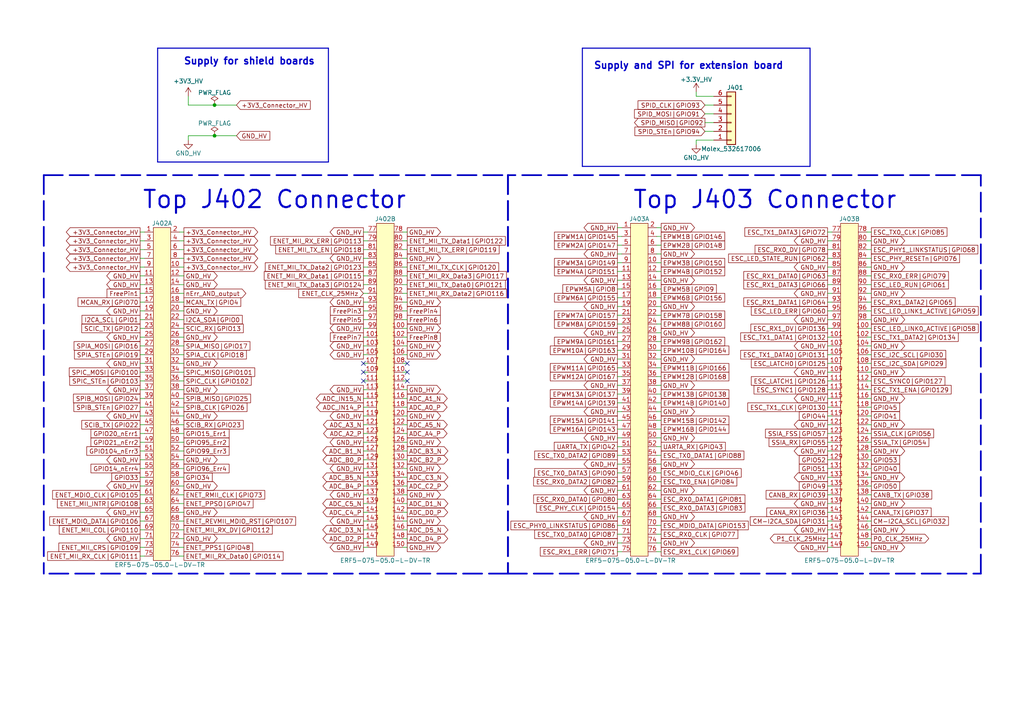
<source format=kicad_sch>
(kicad_sch (version 20231120) (generator "eeschema") (generator_version "8.0")
  (paper "A4")
  (title_block (title "LCB-CCB-01: Control Board - Debugger XDS100  / JTAG") (date "2025-02-21") (rev "1.1.0") (company "PADERBORN UNIVERSITY DEPARTMENT OF POWER ELECTRONICS AND ELECTRICAL DRIVES"))
  (junction (at 62.23 39.37))
  (junction (at 62.23 30.48))
  (no_connect (at 118.11 110.49))
  (no_connect (at 105.41 110.49))
  (no_connect (at 118.11 107.95))
  (no_connect (at 105.41 105.41))
  (no_connect (at 105.41 107.95))
  (no_connect (at 118.11 105.41))
  (wire (pts (xy 251.46 82.55) (xy 252.73 82.55)))
  (wire (pts (xy 116.84 95.25) (xy 118.11 95.25)))
  (wire (pts (xy 52.07 146.05) (xy 53.34 146.05)))
  (wire (pts (xy 116.84 156.21) (xy 118.11 156.21)))
  (wire (pts (xy 179.07 144.78) (xy 180.34 144.78)))
  (wire (pts (xy 240.03 146.05) (xy 241.3 146.05)))
  (wire (pts (xy 240.03 85.09) (xy 241.3 85.09)))
  (wire (pts (xy 240.03 110.49) (xy 241.3 110.49)))
  (wire (pts (xy 190.5 129.54) (xy 191.77 129.54)))
  (wire (pts (xy 190.5 149.86) (xy 191.77 149.86)))
  (wire (pts (xy 105.41 90.17) (xy 106.68 90.17)))
  (wire (pts (xy 40.64 120.65) (xy 41.91 120.65)))
  (wire (pts (xy 105.41 156.21) (xy 106.68 156.21)))
  (wire (pts (xy 190.5 134.62) (xy 191.77 134.62)))
  (wire (pts (xy 40.64 125.73) (xy 41.91 125.73)))
  (wire (pts (xy 190.5 137.16) (xy 191.77 137.16)))
  (wire (pts (xy 52.07 120.65) (xy 53.34 120.65)))
  (polyline (pts (xy 168.91 13.97) (xy 168.91 48.26)) (stroke (width 0.3)))
  (wire (pts (xy 105.41 138.43) (xy 106.68 138.43)))
  (wire (pts (xy 52.07 113.03) (xy 53.34 113.03)))
  (wire (pts (xy 204.47 38.1) (xy 207.01 38.1)))
  (wire (pts (xy 240.03 153.67) (xy 241.3 153.67)))
  (wire (pts (xy 251.46 100.33) (xy 252.73 100.33)))
  (wire (pts (xy 52.07 105.41) (xy 53.34 105.41)))
  (polyline (pts (xy 12.7 50.8) (xy 12.7 166.37)) (stroke (width 0.5) (type dash)))
  (wire (pts (xy 179.07 119.38) (xy 180.34 119.38)))
  (wire (pts (xy 179.07 134.62) (xy 180.34 134.62)))
  (wire (pts (xy 105.41 80.01) (xy 106.68 80.01)))
  (wire (pts (xy 105.41 151.13) (xy 106.68 151.13)))
  (wire (pts (xy 40.64 153.67) (xy 41.91 153.67)))
  (wire (pts (xy 179.07 147.32) (xy 180.34 147.32)))
  (wire (pts (xy 190.5 152.4) (xy 191.77 152.4)))
  (wire (pts (xy 179.07 154.94) (xy 180.34 154.94)))
  (wire (pts (xy 40.64 146.05) (xy 41.91 146.05)))
  (wire (pts (xy 116.84 153.67) (xy 118.11 153.67)))
  (wire (pts (xy 179.07 114.3) (xy 180.34 114.3)))
  (wire (pts (xy 105.41 95.25) (xy 106.68 95.25)))
  (polyline (pts (xy 147.32 50.8) (xy 147.32 166.37)) (stroke (width 0.5) (type dash)))
  (wire (pts (xy 179.07 93.98) (xy 180.34 93.98)))
  (wire (pts (xy 190.5 86.36) (xy 191.77 86.36)))
  (wire (pts (xy 190.5 101.6) (xy 191.77 101.6)))
  (wire (pts (xy 105.41 85.09) (xy 106.68 85.09)))
  (wire (pts (xy 105.41 107.95) (xy 106.68 107.95)))
  (wire (pts (xy 240.03 148.59) (xy 241.3 148.59)))
  (wire (pts (xy 105.41 100.33) (xy 106.68 100.33)))
  (wire (pts (xy 52.07 110.49) (xy 53.34 110.49)))
  (wire (pts (xy 40.64 140.97) (xy 41.91 140.97)))
  (wire (pts (xy 116.84 102.87) (xy 118.11 102.87)))
  (wire (pts (xy 40.64 82.55) (xy 41.91 82.55)))
  (wire (pts (xy 190.5 111.76) (xy 191.77 111.76)))
  (polyline (pts (xy 284.48 50.8) (xy 147.32 50.8)) (stroke (width 0.5) (type dash)))
  (wire (pts (xy 240.03 82.55) (xy 241.3 82.55)))
  (wire (pts (xy 190.5 124.46) (xy 191.77 124.46)))
  (wire (pts (xy 116.84 146.05) (xy 118.11 146.05)))
  (wire (pts (xy 190.5 116.84) (xy 191.77 116.84)))
  (wire (pts (xy 40.64 135.89) (xy 41.91 135.89)))
  (wire (pts (xy 190.5 104.14) (xy 191.77 104.14)))
  (wire (pts (xy 201.93 40.64) (xy 207.01 40.64)))
  (polyline (pts (xy 234.95 13.97) (xy 234.95 48.26)) (stroke (width 0.3)))
  (wire (pts (xy 251.46 146.05) (xy 252.73 146.05)))
  (wire (pts (xy 116.84 80.01) (xy 118.11 80.01)))
  (wire (pts (xy 52.07 97.79) (xy 53.34 97.79)))
  (wire (pts (xy 179.07 116.84) (xy 180.34 116.84)))
  (wire (pts (xy 190.5 73.66) (xy 191.77 73.66)))
  (wire (pts (xy 179.07 104.14) (xy 180.34 104.14)))
  (wire (pts (xy 240.03 102.87) (xy 241.3 102.87)))
  (wire (pts (xy 52.07 90.17) (xy 53.34 90.17)))
  (wire (pts (xy 251.46 85.09) (xy 252.73 85.09)))
  (wire (pts (xy 190.5 88.9) (xy 191.77 88.9)))
  (wire (pts (xy 40.64 72.39) (xy 41.91 72.39)))
  (wire (pts (xy 179.07 83.82) (xy 180.34 83.82)))
  (wire (pts (xy 52.07 140.97) (xy 53.34 140.97)))
  (wire (pts (xy 54.61 39.37) (xy 54.61 40.64)))
  (wire (pts (xy 251.46 90.17) (xy 252.73 90.17)))
  (wire (pts (xy 179.07 152.4) (xy 180.34 152.4)))
  (wire (pts (xy 179.07 139.7) (xy 180.34 139.7)))
  (wire (pts (xy 251.46 133.35) (xy 252.73 133.35)))
  (wire (pts (xy 105.41 72.39) (xy 106.68 72.39)))
  (polyline (pts (xy 168.91 13.97) (xy 234.95 13.97)) (stroke (width 0.3)))
  (wire (pts (xy 52.07 133.35) (xy 53.34 133.35)))
  (wire (pts (xy 116.84 113.03) (xy 118.11 113.03)))
  (wire (pts (xy 40.64 85.09) (xy 41.91 85.09)))
  (wire (pts (xy 40.64 67.31) (xy 41.91 67.31)))
  (wire (pts (xy 179.07 121.92) (xy 180.34 121.92)))
  (wire (pts (xy 116.84 72.39) (xy 118.11 72.39)))
  (wire (pts (xy 40.64 90.17) (xy 41.91 90.17)))
  (wire (pts (xy 116.84 107.95) (xy 118.11 107.95)))
  (wire (pts (xy 251.46 87.63) (xy 252.73 87.63)))
  (wire (pts (xy 179.07 106.68) (xy 180.34 106.68)))
  (wire (pts (xy 240.03 97.79) (xy 241.3 97.79)))
  (wire (pts (xy 116.84 140.97) (xy 118.11 140.97)))
  (wire (pts (xy 179.07 81.28) (xy 180.34 81.28)))
  (wire (pts (xy 190.5 68.58) (xy 191.77 68.58)))
  (wire (pts (xy 105.41 130.81) (xy 106.68 130.81)))
  (wire (pts (xy 190.5 96.52) (xy 191.77 96.52)))
  (wire (pts (xy 240.03 107.95) (xy 241.3 107.95)))
  (wire (pts (xy 105.41 125.73) (xy 106.68 125.73)))
  (wire (pts (xy 251.46 77.47) (xy 252.73 77.47)))
  (wire (pts (xy 179.07 66.04) (xy 180.34 66.04)))
  (wire (pts (xy 116.84 100.33) (xy 118.11 100.33)))
  (wire (pts (xy 240.03 118.11) (xy 241.3 118.11)))
  (wire (pts (xy 40.64 156.21) (xy 41.91 156.21)))
  (wire (pts (xy 105.41 158.75) (xy 106.68 158.75)))
  (wire (pts (xy 190.5 71.12) (xy 191.77 71.12)))
  (wire (pts (xy 179.07 137.16) (xy 180.34 137.16)))
  (wire (pts (xy 179.07 111.76) (xy 180.34 111.76)))
  (wire (pts (xy 251.46 80.01) (xy 252.73 80.01)))
  (wire (pts (xy 52.07 118.11) (xy 53.34 118.11)))
  (wire (pts (xy 240.03 128.27) (xy 241.3 128.27)))
  (wire (pts (xy 116.84 120.65) (xy 118.11 120.65)))
  (polyline (pts (xy 45.72 13.97) (xy 45.72 46.99)) (stroke (width 0.3)))
  (wire (pts (xy 40.64 118.11) (xy 41.91 118.11)))
  (wire (pts (xy 116.84 105.41) (xy 118.11 105.41)))
  (wire (pts (xy 116.84 130.81) (xy 118.11 130.81)))
  (wire (pts (xy 240.03 140.97) (xy 241.3 140.97)))
  (wire (pts (xy 105.41 143.51) (xy 106.68 143.51)))
  (wire (pts (xy 40.64 92.71) (xy 41.91 92.71)))
  (wire (pts (xy 40.64 95.25) (xy 41.91 95.25)))
  (wire (pts (xy 179.07 96.52) (xy 180.34 96.52)))
  (wire (pts (xy 116.84 85.09) (xy 118.11 85.09)))
  (wire (pts (xy 105.41 115.57) (xy 106.68 115.57)))
  (polyline (pts (xy 45.72 46.99) (xy 95.25 46.99)) (stroke (width 0.3)))
  (wire (pts (xy 116.84 82.55) (xy 118.11 82.55)))
  (wire (pts (xy 105.41 140.97) (xy 106.68 140.97)))
  (wire (pts (xy 54.61 30.48) (xy 62.23 30.48)))
  (wire (pts (xy 190.5 83.82) (xy 191.77 83.82)))
  (wire (pts (xy 179.07 71.12) (xy 180.34 71.12)))
  (wire (pts (xy 40.64 100.33) (xy 41.91 100.33)))
  (wire (pts (xy 179.07 129.54) (xy 180.34 129.54)))
  (wire (pts (xy 52.07 92.71) (xy 53.34 92.71)))
  (wire (pts (xy 116.84 74.93) (xy 118.11 74.93)))
  (wire (pts (xy 251.46 72.39) (xy 252.73 72.39)))
  (wire (pts (xy 40.64 148.59) (xy 41.91 148.59)))
  (wire (pts (xy 251.46 105.41) (xy 252.73 105.41)))
  (wire (pts (xy 179.07 86.36) (xy 180.34 86.36)))
  (wire (pts (xy 52.07 128.27) (xy 53.34 128.27)))
  (wire (pts (xy 240.03 72.39) (xy 241.3 72.39)))
  (wire (pts (xy 116.84 69.85) (xy 118.11 69.85)))
  (wire (pts (xy 52.07 74.93) (xy 53.34 74.93)))
  (wire (pts (xy 240.03 115.57) (xy 241.3 115.57)))
  (wire (pts (xy 251.46 115.57) (xy 252.73 115.57)))
  (wire (pts (xy 251.46 110.49) (xy 252.73 110.49)))
  (wire (pts (xy 251.46 135.89) (xy 252.73 135.89)))
  (wire (pts (xy 68.58 30.48) (xy 62.23 30.48)))
  (wire (pts (xy 179.07 109.22) (xy 180.34 109.22)))
  (wire (pts (xy 179.07 142.24) (xy 180.34 142.24)))
  (wire (pts (xy 240.03 156.21) (xy 241.3 156.21)))
  (wire (pts (xy 116.84 97.79) (xy 118.11 97.79)))
  (wire (pts (xy 116.84 138.43) (xy 118.11 138.43)))
  (wire (pts (xy 105.41 74.93) (xy 106.68 74.93)))
  (wire (pts (xy 105.41 113.03) (xy 106.68 113.03)))
  (wire (pts (xy 190.5 66.04) (xy 191.77 66.04)))
  (wire (pts (xy 190.5 119.38) (xy 191.77 119.38)))
  (wire (pts (xy 52.07 153.67) (xy 53.34 153.67)))
  (wire (pts (xy 105.41 123.19) (xy 106.68 123.19)))
  (wire (pts (xy 251.46 107.95) (xy 252.73 107.95)))
  (wire (pts (xy 116.84 125.73) (xy 118.11 125.73)))
  (polyline (pts (xy 147.32 166.37) (xy 12.7 166.37)) (stroke (width 0.5) (type dash)))
  (wire (pts (xy 116.84 148.59) (xy 118.11 148.59)))
  (wire (pts (xy 251.46 97.79) (xy 252.73 97.79)))
  (wire (pts (xy 240.03 158.75) (xy 241.3 158.75)))
  (wire (pts (xy 204.47 30.48) (xy 207.01 30.48)))
  (wire (pts (xy 105.41 97.79) (xy 106.68 97.79)))
  (wire (pts (xy 179.07 88.9) (xy 180.34 88.9)))
  (wire (pts (xy 179.07 99.06) (xy 180.34 99.06)))
  (wire (pts (xy 40.64 143.51) (xy 41.91 143.51)))
  (wire (pts (xy 190.5 78.74) (xy 191.77 78.74)))
  (wire (pts (xy 40.64 80.01) (xy 41.91 80.01)))
  (wire (pts (xy 240.03 95.25) (xy 241.3 95.25)))
  (wire (pts (xy 240.03 125.73) (xy 241.3 125.73)))
  (wire (pts (xy 190.5 99.06) (xy 191.77 99.06)))
  (wire (pts (xy 52.07 100.33) (xy 53.34 100.33)))
  (wire (pts (xy 105.41 133.35) (xy 106.68 133.35)))
  (wire (pts (xy 240.03 120.65) (xy 241.3 120.65)))
  (wire (pts (xy 52.07 151.13) (xy 53.34 151.13)))
  (wire (pts (xy 40.64 110.49) (xy 41.91 110.49)))
  (wire (pts (xy 207.01 27.94) (xy 201.93 27.94)))
  (wire (pts (xy 105.41 69.85) (xy 106.68 69.85)))
  (wire (pts (xy 52.07 148.59) (xy 53.34 148.59)))
  (wire (pts (xy 105.41 67.31) (xy 106.68 67.31)))
  (wire (pts (xy 240.03 90.17) (xy 241.3 90.17)))
  (wire (pts (xy 240.03 151.13) (xy 241.3 151.13)))
  (wire (pts (xy 40.64 107.95) (xy 41.91 107.95)))
  (wire (pts (xy 52.07 87.63) (xy 53.34 87.63)))
  (wire (pts (xy 240.03 77.47) (xy 241.3 77.47)))
  (wire (pts (xy 52.07 135.89) (xy 53.34 135.89)))
  (wire (pts (xy 190.5 121.92) (xy 191.77 121.92)))
  (wire (pts (xy 105.41 77.47) (xy 106.68 77.47)))
  (wire (pts (xy 40.64 133.35) (xy 41.91 133.35)))
  (wire (pts (xy 251.46 113.03) (xy 252.73 113.03)))
  (wire (pts (xy 54.61 27.94) (xy 54.61 30.48)))
  (wire (pts (xy 52.07 107.95) (xy 53.34 107.95)))
  (wire (pts (xy 116.84 128.27) (xy 118.11 128.27)))
  (wire (pts (xy 116.84 151.13) (xy 118.11 151.13)))
  (wire (pts (xy 190.5 109.22) (xy 191.77 109.22)))
  (polyline (pts (xy 12.7 50.8) (xy 147.32 50.8)) (stroke (width 0.5) (type dash)))
  (wire (pts (xy 179.07 68.58) (xy 180.34 68.58)))
  (wire (pts (xy 190.5 144.78) (xy 191.77 144.78)))
  (wire (pts (xy 52.07 125.73) (xy 53.34 125.73)))
  (wire (pts (xy 105.41 105.41) (xy 106.68 105.41)))
  (wire (pts (xy 190.5 127) (xy 191.77 127)))
  (wire (pts (xy 40.64 128.27) (xy 41.91 128.27)))
  (wire (pts (xy 190.5 139.7) (xy 191.77 139.7)))
  (polyline (pts (xy 95.25 46.99) (xy 95.25 13.97)) (stroke (width 0.3)))
  (wire (pts (xy 116.84 118.11) (xy 118.11 118.11)))
  (wire (pts (xy 190.5 154.94) (xy 191.77 154.94)))
  (wire (pts (xy 190.5 142.24) (xy 191.77 142.24)))
  (wire (pts (xy 190.5 93.98) (xy 191.77 93.98)))
  (wire (pts (xy 190.5 81.28) (xy 191.77 81.28)))
  (wire (pts (xy 52.07 138.43) (xy 53.34 138.43)))
  (wire (pts (xy 201.93 40.64) (xy 201.93 41.91)))
  (wire (pts (xy 251.46 125.73) (xy 252.73 125.73)))
  (wire (pts (xy 251.46 120.65) (xy 252.73 120.65)))
  (wire (pts (xy 240.03 135.89) (xy 241.3 135.89)))
  (wire (pts (xy 190.5 132.08) (xy 191.77 132.08)))
  (wire (pts (xy 179.07 91.44) (xy 180.34 91.44)))
  (wire (pts (xy 40.64 69.85) (xy 41.91 69.85)))
  (wire (pts (xy 116.84 135.89) (xy 118.11 135.89)))
  (wire (pts (xy 251.46 74.93) (xy 252.73 74.93)))
  (wire (pts (xy 204.47 33.02) (xy 207.01 33.02)))
  (wire (pts (xy 240.03 74.93) (xy 241.3 74.93)))
  (wire (pts (xy 251.46 67.31) (xy 252.73 67.31)))
  (wire (pts (xy 240.03 143.51) (xy 241.3 143.51)))
  (wire (pts (xy 116.84 143.51) (xy 118.11 143.51)))
  (wire (pts (xy 190.5 157.48) (xy 191.77 157.48)))
  (wire (pts (xy 251.46 95.25) (xy 252.73 95.25)))
  (wire (pts (xy 52.07 156.21) (xy 53.34 156.21)))
  (wire (pts (xy 116.84 133.35) (xy 118.11 133.35)))
  (wire (pts (xy 52.07 123.19) (xy 53.34 123.19)))
  (wire (pts (xy 179.07 73.66) (xy 180.34 73.66)))
  (polyline (pts (xy 147.32 50.8) (xy 147.32 166.37)) (stroke (width 0.5) (type dash)))
  (wire (pts (xy 105.41 128.27) (xy 106.68 128.27)))
  (wire (pts (xy 116.84 90.17) (xy 118.11 90.17)))
  (wire (pts (xy 116.84 110.49) (xy 118.11 110.49)))
  (wire (pts (xy 204.47 35.56) (xy 207.01 35.56)))
  (polyline (pts (xy 147.32 166.37) (xy 284.48 166.37)) (stroke (width 0.5) (type dash)))
  (wire (pts (xy 179.07 132.08) (xy 180.34 132.08)))
  (wire (pts (xy 52.07 130.81) (xy 53.34 130.81)))
  (wire (pts (xy 52.07 143.51) (xy 53.34 143.51)))
  (wire (pts (xy 52.07 80.01) (xy 53.34 80.01)))
  (wire (pts (xy 240.03 100.33) (xy 241.3 100.33)))
  (wire (pts (xy 40.64 130.81) (xy 41.91 130.81)))
  (wire (pts (xy 105.41 148.59) (xy 106.68 148.59)))
  (wire (pts (xy 251.46 151.13) (xy 252.73 151.13)))
  (wire (pts (xy 52.07 72.39) (xy 53.34 72.39)))
  (wire (pts (xy 240.03 80.01) (xy 241.3 80.01)))
  (wire (pts (xy 116.84 115.57) (xy 118.11 115.57)))
  (wire (pts (xy 190.5 160.02) (xy 191.77 160.02)))
  (wire (pts (xy 68.58 39.37) (xy 62.23 39.37)))
  (wire (pts (xy 251.46 118.11) (xy 252.73 118.11)))
  (wire (pts (xy 179.07 149.86) (xy 180.34 149.86)))
  (wire (pts (xy 40.64 151.13) (xy 41.91 151.13)))
  (wire (pts (xy 179.07 101.6) (xy 180.34 101.6)))
  (wire (pts (xy 240.03 113.03) (xy 241.3 113.03)))
  (wire (pts (xy 105.41 102.87) (xy 106.68 102.87)))
  (wire (pts (xy 190.5 76.2) (xy 191.77 76.2)))
  (wire (pts (xy 179.07 127) (xy 180.34 127)))
  (wire (pts (xy 116.84 77.47) (xy 118.11 77.47)))
  (wire (pts (xy 251.46 148.59) (xy 252.73 148.59)))
  (wire (pts (xy 52.07 67.31) (xy 53.34 67.31)))
  (wire (pts (xy 179.07 76.2) (xy 180.34 76.2)))
  (wire (pts (xy 52.07 102.87) (xy 53.34 102.87)))
  (wire (pts (xy 240.03 92.71) (xy 241.3 92.71)))
  (wire (pts (xy 251.46 128.27) (xy 252.73 128.27)))
  (wire (pts (xy 105.41 153.67) (xy 106.68 153.67)))
  (wire (pts (xy 190.5 114.3) (xy 191.77 114.3)))
  (wire (pts (xy 40.64 161.29) (xy 41.91 161.29)))
  (wire (pts (xy 190.5 91.44) (xy 191.77 91.44)))
  (wire (pts (xy 116.84 123.19) (xy 118.11 123.19)))
  (wire (pts (xy 105.41 82.55) (xy 106.68 82.55)))
  (wire (pts (xy 179.07 157.48) (xy 180.34 157.48)))
  (wire (pts (xy 251.46 153.67) (xy 252.73 153.67)))
  (polyline (pts (xy 45.72 13.97) (xy 95.25 13.97)) (stroke (width 0.3)))
  (wire (pts (xy 190.5 106.68) (xy 191.77 106.68)))
  (wire (pts (xy 240.03 67.31) (xy 241.3 67.31)))
  (wire (pts (xy 251.46 92.71) (xy 252.73 92.71)))
  (wire (pts (xy 251.46 102.87) (xy 252.73 102.87)))
  (wire (pts (xy 116.84 158.75) (xy 118.11 158.75)))
  (wire (pts (xy 179.07 160.02) (xy 180.34 160.02)))
  (wire (pts (xy 52.07 85.09) (xy 53.34 85.09)))
  (wire (pts (xy 201.93 27.94) (xy 201.93 26.67)))
  (wire (pts (xy 251.46 140.97) (xy 252.73 140.97)))
  (wire (pts (xy 40.64 138.43) (xy 41.91 138.43)))
  (wire (pts (xy 54.61 39.37) (xy 62.23 39.37)))
  (wire (pts (xy 40.64 74.93) (xy 41.91 74.93)))
  (wire (pts (xy 240.03 123.19) (xy 241.3 123.19)))
  (wire (pts (xy 240.03 133.35) (xy 241.3 133.35)))
  (wire (pts (xy 240.03 87.63) (xy 241.3 87.63)))
  (wire (pts (xy 52.07 77.47) (xy 53.34 77.47)))
  (wire (pts (xy 240.03 130.81) (xy 241.3 130.81)))
  (wire (pts (xy 52.07 69.85) (xy 53.34 69.85)))
  (wire (pts (xy 52.07 161.29) (xy 53.34 161.29)))
  (wire (pts (xy 190.5 147.32) (xy 191.77 147.32)))
  (wire (pts (xy 52.07 158.75) (xy 53.34 158.75)))
  (wire (pts (xy 40.64 87.63) (xy 41.91 87.63)))
  (wire (pts (xy 105.41 146.05) (xy 106.68 146.05)))
  (wire (pts (xy 251.46 138.43) (xy 252.73 138.43)))
  (wire (pts (xy 40.64 115.57) (xy 41.91 115.57)))
  (wire (pts (xy 105.41 110.49) (xy 106.68 110.49)))
  (wire (pts (xy 40.64 123.19) (xy 41.91 123.19)))
  (wire (pts (xy 251.46 130.81) (xy 252.73 130.81)))
  (wire (pts (xy 251.46 69.85) (xy 252.73 69.85)))
  (wire (pts (xy 240.03 69.85) (xy 241.3 69.85)))
  (wire (pts (xy 40.64 113.03) (xy 41.91 113.03)))
  (wire (pts (xy 179.07 124.46) (xy 180.34 124.46)))
  (wire (pts (xy 251.46 156.21) (xy 252.73 156.21)))
  (wire (pts (xy 116.84 87.63) (xy 118.11 87.63)))
  (wire (pts (xy 251.46 158.75) (xy 252.73 158.75)))
  (wire (pts (xy 40.64 158.75) (xy 41.91 158.75)))
  (wire (pts (xy 40.64 105.41) (xy 41.91 105.41)))
  (wire (pts (xy 251.46 143.51) (xy 252.73 143.51)))
  (wire (pts (xy 52.07 82.55) (xy 53.34 82.55)))
  (wire (pts (xy 40.64 77.47) (xy 41.91 77.47)))
  (wire (pts (xy 105.41 120.65) (xy 106.68 120.65)))
  (wire (pts (xy 40.64 97.79) (xy 41.91 97.79)))
  (polyline (pts (xy 234.95 48.26) (xy 168.91 48.26)) (stroke (width 0.3)))
  (wire (pts (xy 40.64 102.87) (xy 41.91 102.87)))
  (wire (pts (xy 52.07 115.57) (xy 53.34 115.57)))
  (wire (pts (xy 105.41 87.63) (xy 106.68 87.63)))
  (polyline (pts (xy 284.48 166.37) (xy 284.48 50.8)) (stroke (width 0.5) (type dash)))
  (wire (pts (xy 105.41 135.89) (xy 106.68 135.89)))
  (wire (pts (xy 105.41 118.11) (xy 106.68 118.11)))
  (wire (pts (xy 116.84 92.71) (xy 118.11 92.71)))
  (wire (pts (xy 116.84 67.31) (xy 118.11 67.31)))
  (wire (pts (xy 105.41 92.71) (xy 106.68 92.71)))
  (wire (pts (xy 240.03 138.43) (xy 241.3 138.43)))
  (wire (pts (xy 179.07 78.74) (xy 180.34 78.74)))
  (wire (pts (xy 52.07 95.25) (xy 53.34 95.25)))
  (wire (pts (xy 251.46 123.19) (xy 252.73 123.19)))
  (wire (pts (xy 240.03 105.41) (xy 241.3 105.41)))
  (text "Top J402 Connector" (at 118.11 60.96 0) (effects (font (size 5 5) (thickness 0.6) (bold yes)) (justify right bottom)))
  (text "Supply and SPI for extension board" (at 227.33 20.32 0) (effects (font (size 2 2) (thickness 0.4) (bold yes)) (justify right bottom)))
  (text "Top J403 Connector" (at 260.35 60.96 0) (effects (font (size 5 5) (thickness 0.6) (bold yes)) (justify right bottom)))
  (text "Supply for shield boards" (at 91.44 19.05 0) (effects (font (size 2 2) (thickness 0.4) (bold yes)) (justify right bottom)))
  (global_label "ESC_RX1_DATA2|GPIO65" (shape passive) (at 252.73 87.63 0) (property "Intersheetrefs" "${INTERSHEET_REFS}" (effects (hide yes))))
  (global_label "EPWM3A|GPIO149" (shape passive) (at 179.07 76.2 180) (property "Intersheetrefs" "${INTERSHEET_REFS}" (effects (hide yes))))
  (global_label "GND_HV" (shape output) (at 252.73 100.33 0) (property "Intersheetrefs" "${INTERSHEET_REFS}" (effects (hide yes))))
  (global_label "ENET_CLK_25MHz" (shape input) (at 105.41 85.09 180) (property "Intersheetrefs" "${INTERSHEET_REFS}" (effects (hide yes))))
  (global_label "CANA_TX|GPIO37" (shape passive) (at 252.73 148.59 0) (property "Intersheetrefs" "${INTERSHEET_REFS}" (effects (hide yes))))
  (global_label "SPIB_CLK|GPIO26" (shape passive) (at 53.34 118.11 0) (property "Intersheetrefs" "${INTERSHEET_REFS}" (effects (hide yes))))
  (global_label "ADC_A0_P" (shape output) (at 118.11 118.11 0) (property "Intersheetrefs" "${INTERSHEET_REFS}" (effects (hide yes))))
  (global_label "GND_HV" (shape output) (at 53.34 156.21 0) (property "Intersheetrefs" "${INTERSHEET_REFS}" (effects (hide yes))))
  (global_label "P1_CLK_25MHz" (shape output) (at 240.03 156.21 180) (property "Intersheetrefs" "${INTERSHEET_REFS}" (effects (hide yes))))
  (global_label "GPIO95_Err2" (shape passive) (at 53.34 128.27 0) (property "Intersheetrefs" "${INTERSHEET_REFS}" (effects (hide yes))))
  (global_label "ESC_PHY_CLK|GPIO154" (shape passive) (at 179.07 147.32 180) (property "Intersheetrefs" "${INTERSHEET_REFS}" (effects (hide yes))))
  (global_label "GND_HV" (shape output) (at 53.34 90.17 0) (property "Intersheetrefs" "${INTERSHEET_REFS}" (effects (hide yes))))
  (global_label "ENET_MII_INTR|GPIO108" (shape passive) (at 40.64 146.05 180) (property "Intersheetrefs" "${INTERSHEET_REFS}" (effects (hide yes))))
  (global_label "GND_HV" (shape output) (at 191.77 149.86 0) (property "Intersheetrefs" "${INTERSHEET_REFS}" (effects (hide yes))))
  (global_label "CANA_RX|GPIO36" (shape passive) (at 240.03 148.59 180) (property "Intersheetrefs" "${INTERSHEET_REFS}" (effects (hide yes))))
  (global_label "GND_HV" (shape output) (at 240.03 77.47 180) (property "Intersheetrefs" "${INTERSHEET_REFS}" (effects (hide yes))))
  (global_label "ENET_MII_TX_Data0|GPIO121" (shape passive) (at 118.11 82.55 0) (property "Intersheetrefs" "${INTERSHEET_REFS}" (effects (hide yes))))
  (global_label "ADC_C5_N" (shape output) (at 105.41 146.05 180) (property "Intersheetrefs" "${INTERSHEET_REFS}" (effects (hide yes))))
  (global_label "SPIB_STEn|GPIO27" (shape passive) (at 40.64 118.11 180) (property "Intersheetrefs" "${INTERSHEET_REFS}" (effects (hide yes))))
  (global_label "ENET_MII_TX_EN|GPIO118" (shape passive) (at 105.41 72.39 180) (property "Intersheetrefs" "${INTERSHEET_REFS}" (effects (hide yes))))
  (global_label "GPIO41" (shape passive) (at 252.73 120.65 0) (property "Intersheetrefs" "${INTERSHEET_REFS}" (effects (hide yes))))
  (global_label "ESC_SYNC0|GPIO127" (shape passive) (at 252.73 110.49 0) (property "Intersheetrefs" "${INTERSHEET_REFS}" (effects (hide yes))))
  (global_label "GPIO21_nErr2" (shape passive) (at 40.64 128.27 180) (property "Intersheetrefs" "${INTERSHEET_REFS}" (effects (hide yes))))
  (global_label "ESC_LED_STATE_RUN|GPIO62" (shape passive) (at 240.03 74.93 180) (property "Intersheetrefs" "${INTERSHEET_REFS}" (effects (hide yes))))
  (global_label "ADC_B0_P" (shape output) (at 105.41 133.35 180) (property "Intersheetrefs" "${INTERSHEET_REFS}" (effects (hide yes))))
  (global_label "GND_HV" (shape output) (at 252.73 115.57 0) (property "Intersheetrefs" "${INTERSHEET_REFS}" (effects (hide yes))))
  (global_label "ESC_TX0_DATA3|GPIO90" (shape passive) (at 179.07 137.16 180) (property "Intersheetrefs" "${INTERSHEET_REFS}" (effects (hide yes))))
  (global_label "GND_HV" (shape output) (at 252.73 158.75 0) (property "Intersheetrefs" "${INTERSHEET_REFS}" (effects (hide yes))))
  (global_label "ADC_C3_N" (shape output) (at 118.11 138.43 0) (property "Intersheetrefs" "${INTERSHEET_REFS}" (effects (hide yes))))
  (global_label "ENET_MII_TX_Data3|GPIO124" (shape passive) (at 105.41 82.55 180) (property "Intersheetrefs" "${INTERSHEET_REFS}" (effects (hide yes))))
  (global_label "GND_HV" (shape output) (at 105.41 87.63 180) (property "Intersheetrefs" "${INTERSHEET_REFS}" (effects (hide yes))))
  (global_label "SPID_MOSI|GPIO91" (shape input) (at 204.47 33.02 180) (property "Intersheetrefs" "${INTERSHEET_REFS}" (effects (hide yes))))
  (global_label "ESC_LED_RUN|GPIO61" (shape passive) (at 252.73 82.55 0) (property "Intersheetrefs" "${INTERSHEET_REFS}" (effects (hide yes))))
  (global_label "FreePin5" (shape passive) (at 105.41 92.71 180) (property "Intersheetrefs" "${INTERSHEET_REFS}" (effects (hide yes))))
  (global_label "ESC_RX1_CLK|GPIO69" (shape passive) (at 191.77 160.02 0) (property "Intersheetrefs" "${INTERSHEET_REFS}" (effects (hide yes))))
  (global_label "ESC_RX1_ERR|GPIO71" (shape passive) (at 179.07 160.02 180) (property "Intersheetrefs" "${INTERSHEET_REFS}" (effects (hide yes))))
  (global_label "ENET_MII_TX_Data1|GPIO122" (shape passive) (at 118.11 69.85 0) (property "Intersheetrefs" "${INTERSHEET_REFS}" (effects (hide yes))))
  (global_label "EPWM3B|GPIO150" (shape passive) (at 191.77 76.2 0) (property "Intersheetrefs" "${INTERSHEET_REFS}" (effects (hide yes))))
  (global_label "EPWM1A|GPIO145" (shape passive) (at 179.07 68.58 180) (property "Intersheetrefs" "${INTERSHEET_REFS}" (effects (hide yes))))
  (global_label "GND_HV" (shape output) (at 53.34 120.65 0) (property "Intersheetrefs" "${INTERSHEET_REFS}" (effects (hide yes))))
  (global_label "ESC_TX1_CLK|GPIO130" (shape passive) (at 240.03 118.11 180) (property "Intersheetrefs" "${INTERSHEET_REFS}" (effects (hide yes))))
  (global_label "ENET_MII_CRS|GPIO109" (shape passive) (at 40.64 158.75 180) (property "Intersheetrefs" "${INTERSHEET_REFS}" (effects (hide yes))))
  (global_label "nErr_AND_output" (shape output) (at 53.34 85.09 0) (property "Intersheetrefs" "${INTERSHEET_REFS}" (effects (hide yes))))
  (global_label "GND_HV" (shape output) (at 191.77 111.76 0) (property "Intersheetrefs" "${INTERSHEET_REFS}" (effects (hide yes))))
  (global_label "ESC_LED_LINK1_ACTIVE|GPIO59" (shape passive) (at 252.73 90.17 0) (property "Intersheetrefs" "${INTERSHEET_REFS}" (effects (hide yes))))
  (global_label "+3V3_Connector_HV" (shape output) (at 53.34 74.93 0) (property "Intersheetrefs" "${INTERSHEET_REFS}" (effects (hide yes))))
  (global_label "EPWM5A|GPIO8" (shape passive) (at 179.07 83.82 180) (property "Intersheetrefs" "${INTERSHEET_REFS}" (effects (hide yes))))
  (global_label "GND_HV" (shape output) (at 40.64 156.21 180) (property "Intersheetrefs" "${INTERSHEET_REFS}" (effects (hide yes))))
  (global_label "EPWM16B|GPIO144" (shape passive) (at 191.77 124.46 0) (property "Intersheetrefs" "${INTERSHEET_REFS}" (effects (hide yes))))
  (global_label "+3V3_Connector_HV" (shape output) (at 53.34 67.31 0) (property "Intersheetrefs" "${INTERSHEET_REFS}" (effects (hide yes))))
  (global_label "FreePin6" (shape passive) (at 118.11 92.71 0) (property "Intersheetrefs" "${INTERSHEET_REFS}" (effects (hide yes))))
  (global_label "GND_HV" (shape output) (at 40.64 148.59 180) (property "Intersheetrefs" "${INTERSHEET_REFS}" (effects (hide yes))))
  (global_label "ADC_A3_N" (shape output) (at 105.41 123.19 180) (property "Intersheetrefs" "${INTERSHEET_REFS}" (effects (hide yes))))
  (global_label "SPIC_MISO|GPIO101" (shape passive) (at 53.34 107.95 0) (property "Intersheetrefs" "${INTERSHEET_REFS}" (effects (hide yes))))
  (global_label "GND_HV" (shape output) (at 240.03 146.05 180) (property "Intersheetrefs" "${INTERSHEET_REFS}" (effects (hide yes))))
  (global_label "GND_HV" (shape output) (at 118.11 74.93 0) (property "Intersheetrefs" "${INTERSHEET_REFS}" (effects (hide yes))))
  (global_label "ADC_D4_P" (shape output) (at 118.11 156.21 0) (property "Intersheetrefs" "${INTERSHEET_REFS}" (effects (hide yes))))
  (global_label "GND_HV" (shape output) (at 179.07 88.9 180) (property "Intersheetrefs" "${INTERSHEET_REFS}" (effects (hide yes))))
  (global_label "EPWM9B|GPIO162" (shape passive) (at 191.77 99.06 0) (property "Intersheetrefs" "${INTERSHEET_REFS}" (effects (hide yes))))
  (global_label "GND_HV" (shape output) (at 179.07 142.24 180) (property "Intersheetrefs" "${INTERSHEET_REFS}" (effects (hide yes))))
  (global_label "SSIA_TX|GPIO54" (shape passive) (at 252.73 128.27 0) (property "Intersheetrefs" "${INTERSHEET_REFS}" (effects (hide yes))))
  (global_label "GND_HV" (shape output) (at 191.77 88.9 0) (property "Intersheetrefs" "${INTERSHEET_REFS}" (effects (hide yes))))
  (global_label "GND_HV" (shape output) (at 252.73 69.85 0) (property "Intersheetrefs" "${INTERSHEET_REFS}" (effects (hide yes))))
  (global_label "ESC_RX0_DATA2|GPIO82" (shape passive) (at 179.07 139.7 180) (property "Intersheetrefs" "${INTERSHEET_REFS}" (effects (hide yes))))
  (global_label "+3V3_Connector_HV" (shape output) (at 40.64 72.39 180) (property "Intersheetrefs" "${INTERSHEET_REFS}" (effects (hide yes))))
  (global_label "GND_HV" (shape output) (at 40.64 80.01 180) (property "Intersheetrefs" "${INTERSHEET_REFS}" (effects (hide yes))))
  (global_label "GND_HV" (shape output) (at 252.73 123.19 0) (property "Intersheetrefs" "${INTERSHEET_REFS}" (effects (hide yes))))
  (global_label "CM-I2CA_SDA|GPIO31" (shape passive) (at 240.03 151.13 180) (property "Intersheetrefs" "${INTERSHEET_REFS}" (effects (hide yes))))
  (global_label "ENET_MII_TX_CLK|GPIO120" (shape passive) (at 118.11 77.47 0) (property "Intersheetrefs" "${INTERSHEET_REFS}" (effects (hide yes))))
  (global_label "EPWM15B|GPIO142" (shape passive) (at 191.77 121.92 0) (property "Intersheetrefs" "${INTERSHEET_REFS}" (effects (hide yes))))
  (global_label "GND_HV" (shape output) (at 118.11 120.65 0) (property "Intersheetrefs" "${INTERSHEET_REFS}" (effects (hide yes))))
  (global_label "MCAN_TX|GPIO4" (shape passive) (at 53.34 87.63 0) (property "Intersheetrefs" "${INTERSHEET_REFS}" (effects (hide yes))))
  (global_label "ADC_A4_P" (shape output) (at 118.11 125.73 0) (property "Intersheetrefs" "${INTERSHEET_REFS}" (effects (hide yes))))
  (global_label "ENET_MII_RX_Data0|GPIO114" (shape passive) (at 53.34 161.29 0) (property "Intersheetrefs" "${INTERSHEET_REFS}" (effects (hide yes))))
  (global_label "ESC_TX1_ENA|GPIO129" (shape passive) (at 252.73 113.03 0) (property "Intersheetrefs" "${INTERSHEET_REFS}" (effects (hide yes))))
  (global_label "GPIO52" (shape passive) (at 240.03 133.35 180) (property "Intersheetrefs" "${INTERSHEET_REFS}" (effects (hide yes))))
  (global_label "GND_HV" (shape output) (at 40.64 113.03 180) (property "Intersheetrefs" "${INTERSHEET_REFS}" (effects (hide yes))))
  (global_label "EPWM4A|GPIO151" (shape passive) (at 179.07 78.74 180) (property "Intersheetrefs" "${INTERSHEET_REFS}" (effects (hide yes))))
  (global_label "GND_HV" (shape output) (at 252.73 138.43 0) (property "Intersheetrefs" "${INTERSHEET_REFS}" (effects (hide yes))))
  (global_label "ESC_RX1_DV|GPIO136" (shape passive) (at 240.03 95.25 180) (property "Intersheetrefs" "${INTERSHEET_REFS}" (effects (hide yes))))
  (global_label "EPWM2B|GPIO148" (shape passive) (at 191.77 71.12 0) (property "Intersheetrefs" "${INTERSHEET_REFS}" (effects (hide yes))))
  (global_label "EPWM10A|GPIO163" (shape passive) (at 179.07 101.6 180) (property "Intersheetrefs" "${INTERSHEET_REFS}" (effects (hide yes))))
  (global_label "ADC_B2_P" (shape output) (at 118.11 133.35 0) (property "Intersheetrefs" "${INTERSHEET_REFS}" (effects (hide yes))))
  (global_label "EPWM16A|GPIO143" (shape passive) (at 179.07 124.46 180) (property "Intersheetrefs" "${INTERSHEET_REFS}" (effects (hide yes))))
  (global_label "SPID_CLK|GPIO93" (shape input) (at 204.47 30.48 180) (property "Intersheetrefs" "${INTERSHEET_REFS}" (effects (hide yes))))
  (global_label "GND_HV" (shape output) (at 40.64 120.65 180) (property "Intersheetrefs" "${INTERSHEET_REFS}" (effects (hide yes))))
  (global_label "GPIO15_Err1" (shape passive) (at 53.34 125.73 0) (property "Intersheetrefs" "${INTERSHEET_REFS}" (effects (hide yes))))
  (global_label "GPIO96_Err4" (shape passive) (at 53.34 135.89 0) (property "Intersheetrefs" "${INTERSHEET_REFS}" (effects (hide yes))))
  (global_label "I2CA_SDA|GPIO0" (shape passive) (at 53.34 92.71 0) (property "Intersheetrefs" "${INTERSHEET_REFS}" (effects (hide yes))))
  (global_label "ADC_A1_N" (shape output) (at 118.11 115.57 0) (property "Intersheetrefs" "${INTERSHEET_REFS}" (effects (hide yes))))
  (global_label "ESC_PHY0_LINKSTATUS|GPIO86" (shape passive) (at 179.07 152.4 180) (property "Intersheetrefs" "${INTERSHEET_REFS}" (effects (hide yes))))
  (global_label "EPWM7B|GPIO158" (shape passive) (at 191.77 91.44 0) (property "Intersheetrefs" "${INTERSHEET_REFS}" (effects (hide yes))))
  (global_label "EPWM14B|GPIO140" (shape passive) (at 191.77 116.84 0) (property "Intersheetrefs" "${INTERSHEET_REFS}" (effects (hide yes))))
  (global_label "SPIA_MOSI|GPIO16" (shape passive) (at 40.64 100.33 180) (property "Intersheetrefs" "${INTERSHEET_REFS}" (effects (hide yes))))
  (global_label "ENET_MII_RX_Data1|GPIO115" (shape passive) (at 105.41 80.01 180) (property "Intersheetrefs" "${INTERSHEET_REFS}" (effects (hide yes))))
  (global_label "GND_HV" (shape output) (at 240.03 92.71 180) (property "Intersheetrefs" "${INTERSHEET_REFS}" (effects (hide yes))))
  (global_label "EPWM2A|GPIO147" (shape passive) (at 179.07 71.12 180) (property "Intersheetrefs" "${INTERSHEET_REFS}" (effects (hide yes))))
  (global_label "UARTA_TX|GPIO42" (shape passive) (at 179.07 129.54 180) (property "Intersheetrefs" "${INTERSHEET_REFS}" (effects (hide yes))))
  (global_label "GND_HV" (shape output) (at 40.64 90.17 180) (property "Intersheetrefs" "${INTERSHEET_REFS}" (effects (hide yes))))
  (global_label "GND_HV" (shape output) (at 191.77 142.24 0) (property "Intersheetrefs" "${INTERSHEET_REFS}" (effects (hide yes))))
  (global_label "ENET_RMII_CLK|GPIO73" (shape passive) (at 53.34 143.51 0) (property "Intersheetrefs" "${INTERSHEET_REFS}" (effects (hide yes))))
  (global_label "ADC_IN15_N" (shape output) (at 105.41 115.57 180) (property "Intersheetrefs" "${INTERSHEET_REFS}" (effects (hide yes))))
  (global_label "ENET_MII_RX_DV|GPIO112" (shape passive) (at 53.34 153.67 0) (property "Intersheetrefs" "${INTERSHEET_REFS}" (effects (hide yes))))
  (global_label "ADC_D0_P" (shape output) (at 118.11 148.59 0) (property "Intersheetrefs" "${INTERSHEET_REFS}" (effects (hide yes))))
  (global_label "GND_HV" (shape output) (at 118.11 151.13 0) (property "Intersheetrefs" "${INTERSHEET_REFS}" (effects (hide yes))))
  (global_label "ENET_MII_COL|GPIO110" (shape passive) (at 40.64 153.67 180) (property "Intersheetrefs" "${INTERSHEET_REFS}" (effects (hide yes))))
  (global_label "EPWM6A|GPIO155" (shape passive) (at 179.07 86.36 180) (property "Intersheetrefs" "${INTERSHEET_REFS}" (effects (hide yes))))
  (global_label "SPID_STEn|GPIO94" (shape input) (at 204.47 38.1 180) (property "Intersheetrefs" "${INTERSHEET_REFS}" (effects (hide yes))))
  (global_label "GND_HV" (shape output) (at 118.11 67.31 0) (property "Intersheetrefs" "${INTERSHEET_REFS}" (effects (hide yes))))
  (global_label "ENET_MDIO_CLK|GPIO105" (shape passive) (at 40.64 143.51 180) (property "Intersheetrefs" "${INTERSHEET_REFS}" (effects (hide yes))))
  (global_label "ESC_SYNC1|GPIO128" (shape passive) (at 240.03 113.03 180) (property "Intersheetrefs" "${INTERSHEET_REFS}" (effects (hide yes))))
  (global_label "GND_HV" (shape output) (at 179.07 73.66 180) (property "Intersheetrefs" "${INTERSHEET_REFS}" (effects (hide yes))))
  (global_label "CM-I2CA_SCL|GPIO32" (shape passive) (at 252.73 151.13 0) (property "Intersheetrefs" "${INTERSHEET_REFS}" (effects (hide yes))))
  (global_label "GND_HV" (shape output) (at 240.03 158.75 180) (property "Intersheetrefs" "${INTERSHEET_REFS}" (effects (hide yes))))
  (global_label "GND_HV" (shape output) (at 118.11 143.51 0) (property "Intersheetrefs" "${INTERSHEET_REFS}" (effects (hide yes))))
  (global_label "SPIA_MISO|GPIO17" (shape passive) (at 53.34 100.33 0) (property "Intersheetrefs" "${INTERSHEET_REFS}" (effects (hide yes))))
  (global_label "SCIB_RX|GPIO23" (shape passive) (at 53.34 123.19 0) (property "Intersheetrefs" "${INTERSHEET_REFS}" (effects (hide yes))))
  (global_label "GND_HV" (shape output) (at 105.41 151.13 180) (property "Intersheetrefs" "${INTERSHEET_REFS}" (effects (hide yes))))
  (global_label "GND_HV" (shape output) (at 53.34 148.59 0) (property "Intersheetrefs" "${INTERSHEET_REFS}" (effects (hide yes))))
  (global_label "GND_HV" (shape output) (at 105.41 67.31 180) (property "Intersheetrefs" "${INTERSHEET_REFS}" (effects (hide yes))))
  (global_label "GND_HV" (shape input) (at 68.58 39.37 0) (property "Intersheetrefs" "${INTERSHEET_REFS}" (effects (hide yes))))
  (global_label "GND_HV" (shape output) (at 252.73 107.95 0) (property "Intersheetrefs" "${INTERSHEET_REFS}" (effects (hide yes))))
  (global_label "GND_HV" (shape output) (at 179.07 157.48 180) (property "Intersheetrefs" "${INTERSHEET_REFS}" (effects (hide yes))))
  (global_label "ESC_RX0_ERR|GPIO79" (shape passive) (at 252.73 80.01 0) (property "Intersheetrefs" "${INTERSHEET_REFS}" (effects (hide yes))))
  (global_label "GPIO45" (shape passive) (at 252.73 118.11 0) (property "Intersheetrefs" "${INTERSHEET_REFS}" (effects (hide yes))))
  (global_label "EPWM4B|GPIO152" (shape passive) (at 191.77 78.74 0) (property "Intersheetrefs" "${INTERSHEET_REFS}" (effects (hide yes))))
  (global_label "EPWM14A|GPIO139" (shape passive) (at 179.07 116.84 180) (property "Intersheetrefs" "${INTERSHEET_REFS}" (effects (hide yes))))
  (global_label "UARTA_RX|GPIO43" (shape passive) (at 191.77 129.54 0) (property "Intersheetrefs" "${INTERSHEET_REFS}" (effects (hide yes))))
  (global_label "ESC_TX1_DATA3|GPIO72" (shape passive) (at 240.03 67.31 180) (property "Intersheetrefs" "${INTERSHEET_REFS}" (effects (hide yes))))
  (global_label "EPWM13A|GPIO137" (shape passive) (at 179.07 114.3 180) (property "Intersheetrefs" "${INTERSHEET_REFS}" (effects (hide yes))))
  (global_label "SPIA_STEn|GPIO19" (shape passive) (at 40.64 102.87 180) (property "Intersheetrefs" "${INTERSHEET_REFS}" (effects (hide yes))))
  (global_label "GND_HV" (shape output) (at 179.07 81.28 180) (property "Intersheetrefs" "${INTERSHEET_REFS}" (effects (hide yes))))
  (global_label "ESC_TX1_DATA2|GPIO134" (shape passive) (at 252.73 97.79 0) (property "Intersheetrefs" "${INTERSHEET_REFS}" (effects (hide yes))))
  (global_label "ESC_LATCH0|GPIO125" (shape passive) (at 240.03 105.41 180) (property "Intersheetrefs" "${INTERSHEET_REFS}" (effects (hide yes))))
  (global_label "ENET_PPS1|GPIO48" (shape passive) (at 53.34 158.75 0) (property "Intersheetrefs" "${INTERSHEET_REFS}" (effects (hide yes))))
  (global_label "SCIB_TX|GPIO22" (shape passive) (at 40.64 123.19 180) (property "Intersheetrefs" "${INTERSHEET_REFS}" (effects (hide yes))))
  (global_label "ENET_REVMII_MDIO_RST|GPIO107" (shape passive) (at 53.34 151.13 0) (property "Intersheetrefs" "${INTERSHEET_REFS}" (effects (hide yes))))
  (global_label "ESC_MDIO_DATA|GPIO153" (shape passive) (at 191.77 152.4 0) (property "Intersheetrefs" "${INTERSHEET_REFS}" (effects (hide yes))))
  (global_label "ESC_TX0_ENA|GPIO84" (shape passive) (at 191.77 139.7 0) (property "Intersheetrefs" "${INTERSHEET_REFS}" (effects (hide yes))))
  (global_label "GND_HV" (shape output) (at 105.41 143.51 180) (property "Intersheetrefs" "${INTERSHEET_REFS}" (effects (hide yes))))
  (global_label "GND_HV" (shape output) (at 105.41 95.25 180) (property "Intersheetrefs" "${INTERSHEET_REFS}" (effects (hide yes))))
  (global_label "ESC_RX0_DATA0|GPIO80" (shape passive) (at 179.07 144.78 180) (property "Intersheetrefs" "${INTERSHEET_REFS}" (effects (hide yes))))
  (global_label "GPIO104_nErr3" (shape passive) (at 40.64 130.81 180) (property "Intersheetrefs" "${INTERSHEET_REFS}" (effects (hide yes))))
  (global_label "GND_HV" (shape output) (at 179.07 66.04 180) (property "Intersheetrefs" "${INTERSHEET_REFS}" (effects (hide yes))))
  (global_label "ESC_PHY_RESETn|GPIO76" (shape passive) (at 252.73 74.93 0) (property "Intersheetrefs" "${INTERSHEET_REFS}" (effects (hide yes))))
  (global_label "GND_HV" (shape output) (at 252.73 130.81 0) (property "Intersheetrefs" "${INTERSHEET_REFS}" (effects (hide yes))))
  (global_label "GPIO33" (shape passive) (at 40.64 138.43 180) (property "Intersheetrefs" "${INTERSHEET_REFS}" (effects (hide yes))))
  (global_label "GND_HV" (shape output) (at 53.34 82.55 0) (property "Intersheetrefs" "${INTERSHEET_REFS}" (effects (hide yes))))
  (global_label "EPWM5B|GPIO9" (shape passive) (at 191.77 83.82 0) (property "Intersheetrefs" "${INTERSHEET_REFS}" (effects (hide yes))))
  (global_label "GND_HV" (shape output) (at 191.77 134.62 0) (property "Intersheetrefs" "${INTERSHEET_REFS}" (effects (hide yes))))
  (global_label "SPIB_MOSI|GPIO24" (shape passive) (at 40.64 115.57 180) (property "Intersheetrefs" "${INTERSHEET_REFS}" (effects (hide yes))))
  (global_label "SPIC_CLK|GPIO102" (shape passive) (at 53.34 110.49 0) (property "Intersheetrefs" "${INTERSHEET_REFS}" (effects (hide yes))))
  (global_label "GND_HV" (shape output) (at 191.77 127 0) (property "Intersheetrefs" "${INTERSHEET_REFS}" (effects (hide yes))))
  (global_label "ESC_RX0_DV|GPIO78" (shape passive) (at 240.03 72.39 180) (property "Intersheetrefs" "${INTERSHEET_REFS}" (effects (hide yes))))
  (global_label "GND_HV" (shape output) (at 118.11 100.33 0) (property "Intersheetrefs" "${INTERSHEET_REFS}" (effects (hide yes))))
  (global_label "GND_HV" (shape output) (at 40.64 97.79 180) (property "Intersheetrefs" "${INTERSHEET_REFS}" (effects (hide yes))))
  (global_label "ESC_TX1_DATA0|GPIO131" (shape passive) (at 240.03 102.87 180) (property "Intersheetrefs" "${INTERSHEET_REFS}" (effects (hide yes))))
  (global_label "EPWM9A|GPIO161" (shape passive) (at 179.07 99.06 180) (property "Intersheetrefs" "${INTERSHEET_REFS}" (effects (hide yes))))
  (global_label "GPIO40" (shape passive) (at 252.73 135.89 0) (property "Intersheetrefs" "${INTERSHEET_REFS}" (effects (hide yes))))
  (global_label "GND_HV" (shape output) (at 240.03 123.19 180) (property "Intersheetrefs" "${INTERSHEET_REFS}" (effects (hide yes))))
  (global_label "GND_HV" (shape output) (at 240.03 100.33 180) (property "Intersheetrefs" "${INTERSHEET_REFS}" (effects (hide yes))))
  (global_label "EPWM15A|GPIO141" (shape passive) (at 179.07 121.92 180) (property "Intersheetrefs" "${INTERSHEET_REFS}" (effects (hide yes))))
  (global_label "ESC_PHY1_LINKSTATUS|GPIO68" (shape passive) (at 252.73 72.39 0) (property "Intersheetrefs" "${INTERSHEET_REFS}" (effects (hide yes))))
  (global_label "GND_HV" (shape output) (at 240.03 115.57 180) (property "Intersheetrefs" "${INTERSHEET_REFS}" (effects (hide yes))))
  (global_label "GND_HV" (shape output) (at 118.11 113.03 0) (property "Intersheetrefs" "${INTERSHEET_REFS}" (effects (hide yes))))
  (global_label "EPWM11B|GPIO166" (shape passive) (at 191.77 106.68 0) (property "Intersheetrefs" "${INTERSHEET_REFS}" (effects (hide yes))))
  (global_label "GND_HV" (shape output) (at 179.07 111.76 180) (property "Intersheetrefs" "${INTERSHEET_REFS}" (effects (hide yes))))
  (global_label "ESC_TX0_DATA0|GPIO87" (shape passive) (at 179.07 154.94 180) (property "Intersheetrefs" "${INTERSHEET_REFS}" (effects (hide yes))))
  (global_label "EPWM1B|GPIO146" (shape passive) (at 191.77 68.58 0) (property "Intersheetrefs" "${INTERSHEET_REFS}" (effects (hide yes))))
  (global_label "GPIO14_nErr4" (shape passive) (at 40.64 135.89 180) (property "Intersheetrefs" "${INTERSHEET_REFS}" (effects (hide yes))))
  (global_label "GPIO50" (shape passive) (at 252.73 140.97 0) (property "Intersheetrefs" "${INTERSHEET_REFS}" (effects (hide yes))))
  (global_label "GND_HV" (shape output) (at 191.77 81.28 0) (property "Intersheetrefs" "${INTERSHEET_REFS}" (effects (hide yes))))
  (global_label "GND_HV" (shape output) (at 240.03 69.85 180) (property "Intersheetrefs" "${INTERSHEET_REFS}" (effects (hide yes))))
  (global_label "ESC_RX0_DATA3|GPIO83" (shape passive) (at 191.77 147.32 0) (property "Intersheetrefs" "${INTERSHEET_REFS}" (effects (hide yes))))
  (global_label "ESC_RX0_DATA1|GPIO81" (shape passive) (at 191.77 144.78 0) (property "Intersheetrefs" "${INTERSHEET_REFS}" (effects (hide yes))))
  (global_label "GND_HV" (shape output) (at 179.07 104.14 180) (property "Intersheetrefs" "${INTERSHEET_REFS}" (effects (hide yes))))
  (global_label "+3V3_Connector_HV" (shape output) (at 53.34 72.39 0) (property "Intersheetrefs" "${INTERSHEET_REFS}" (effects (hide yes))))
  (global_label "GND_HV" (shape output) (at 118.11 95.25 0) (property "Intersheetrefs" "${INTERSHEET_REFS}" (effects (hide yes))))
  (global_label "SSIA_RX|GPIO55" (shape passive) (at 240.03 128.27 180) (property "Intersheetrefs" "${INTERSHEET_REFS}" (effects (hide yes))))
  (global_label "SPIC_MOSI|GPIO100" (shape passive) (at 40.64 107.95 180) (property "Intersheetrefs" "${INTERSHEET_REFS}" (effects (hide yes))))
  (global_label "GPIO99_Err3" (shape passive) (at 53.34 130.81 0) (property "Intersheetrefs" "${INTERSHEET_REFS}" (effects (hide yes))))
  (global_label "GND_HV" (shape output) (at 105.41 135.89 180) (property "Intersheetrefs" "${INTERSHEET_REFS}" (effects (hide yes))))
  (global_label "GND_HV" (shape output) (at 179.07 119.38 180) (property "Intersheetrefs" "${INTERSHEET_REFS}" (effects (hide yes))))
  (global_label "+3V3_Connector_HV" (shape output) (at 53.34 77.47 0) (property "Intersheetrefs" "${INTERSHEET_REFS}" (effects (hide yes))))
  (global_label "GND_HV" (shape output) (at 105.41 74.93 180) (property "Intersheetrefs" "${INTERSHEET_REFS}" (effects (hide yes))))
  (global_label "GND_HV" (shape output) (at 105.41 102.87 180) (property "Intersheetrefs" "${INTERSHEET_REFS}" (effects (hide yes))))
  (global_label "GND_HV" (shape output) (at 179.07 134.62 180) (property "Intersheetrefs" "${INTERSHEET_REFS}" (effects (hide yes))))
  (global_label "ESC_MDIO_CLK|GPIO46" (shape passive) (at 191.77 137.16 0) (property "Intersheetrefs" "${INTERSHEET_REFS}" (effects (hide yes))))
  (global_label "ENET_MII_RX_Data2|GPIO116" (shape passive) (at 118.11 85.09 0) (property "Intersheetrefs" "${INTERSHEET_REFS}" (effects (hide yes))))
  (global_label "ENET_MII_TX_ERR|GPIO119" (shape passive) (at 118.11 72.39 0) (property "Intersheetrefs" "${INTERSHEET_REFS}" (effects (hide yes))))
  (global_label "GND_HV" (shape output) (at 118.11 128.27 0) (property "Intersheetrefs" "${INTERSHEET_REFS}" (effects (hide yes))))
  (global_label "GND_HV" (shape output) (at 53.34 133.35 0) (property "Intersheetrefs" "${INTERSHEET_REFS}" (effects (hide yes))))
  (global_label "GND_HV" (shape output) (at 53.34 97.79 0) (property "Intersheetrefs" "${INTERSHEET_REFS}" (effects (hide yes))))
  (global_label "ENET_MII_RX_CLK|GPIO111" (shape passive) (at 40.64 161.29 180) (property "Intersheetrefs" "${INTERSHEET_REFS}" (effects (hide yes))))
  (global_label "SCIC_TX|GPIO12" (shape passive) (at 40.64 95.25 180) (property "Intersheetrefs" "${INTERSHEET_REFS}" (effects (hide yes))))
  (global_label "GND_HV" (shape output) (at 53.34 105.41 0) (property "Intersheetrefs" "${INTERSHEET_REFS}" (effects (hide yes))))
  (global_label "GND_HV" (shape output) (at 191.77 157.48 0) (property "Intersheetrefs" "${INTERSHEET_REFS}" (effects (hide yes))))
  (global_label "GND_HV" (shape output) (at 240.03 138.43 180) (property "Intersheetrefs" "${INTERSHEET_REFS}" (effects (hide yes))))
  (global_label "GND_HV" (shape output) (at 179.07 149.86 180) (property "Intersheetrefs" "${INTERSHEET_REFS}" (effects (hide yes))))
  (global_label "GND_HV" (shape output) (at 252.73 153.67 0) (property "Intersheetrefs" "${INTERSHEET_REFS}" (effects (hide yes))))
  (global_label "ADC_D2_P" (shape output) (at 105.41 156.21 180) (property "Intersheetrefs" "${INTERSHEET_REFS}" (effects (hide yes))))
  (global_label "SSIA_CLK|GPIO56" (shape passive) (at 252.73 125.73 0) (property "Intersheetrefs" "${INTERSHEET_REFS}" (effects (hide yes))))
  (global_label "P0_CLK_25MHz" (shape output) (at 252.73 156.21 0) (property "Intersheetrefs" "${INTERSHEET_REFS}" (effects (hide yes))))
  (global_label "+3V3_Connector_HV" (shape output) (at 40.64 69.85 180) (property "Intersheetrefs" "${INTERSHEET_REFS}" (effects (hide yes))))
  (global_label "ADC_A5_N" (shape output) (at 118.11 123.19 0) (property "Intersheetrefs" "${INTERSHEET_REFS}" (effects (hide yes))))
  (global_label "ESC_TX1_DATA1|GPIO132" (shape passive) (at 240.03 97.79 180) (property "Intersheetrefs" "${INTERSHEET_REFS}" (effects (hide yes))))
  (global_label "ADC_D3_N" (shape output) (at 105.41 153.67 180) (property "Intersheetrefs" "${INTERSHEET_REFS}" (effects (hide yes))))
  (global_label "FreePin4" (shape passive) (at 118.11 90.17 0) (property "Intersheetrefs" "${INTERSHEET_REFS}" (effects (hide yes))))
  (global_label "GND_HV" (shape output) (at 105.41 128.27 180) (property "Intersheetrefs" "${INTERSHEET_REFS}" (effects (hide yes))))
  (global_label "GND_HV" (shape output) (at 191.77 96.52 0) (property "Intersheetrefs" "${INTERSHEET_REFS}" (effects (hide yes))))
  (global_label "GND_HV" (shape output) (at 105.41 120.65 180) (property "Intersheetrefs" "${INTERSHEET_REFS}" (effects (hide yes))))
  (global_label "GND_HV" (shape output) (at 252.73 77.47 0) (property "Intersheetrefs" "${INTERSHEET_REFS}" (effects (hide yes))))
  (global_label "EPWM12A|GPIO167" (shape passive) (at 179.07 109.22 180) (property "Intersheetrefs" "${INTERSHEET_REFS}" (effects (hide yes))))
  (global_label "GND_HV" (shape output) (at 240.03 85.09 180) (property "Intersheetrefs" "${INTERSHEET_REFS}" (effects (hide yes))))
  (global_label "SSIA_FSS|GPIO57" (shape passive) (at 240.03 125.73 180) (property "Intersheetrefs" "${INTERSHEET_REFS}" (effects (hide yes))))
  (global_label "+3V3_Connector_HV" (shape output) (at 53.34 69.85 0) (property "Intersheetrefs" "${INTERSHEET_REFS}" (effects (hide yes))))
  (global_label "GND_HV" (shape output) (at 118.11 158.75 0) (property "Intersheetrefs" "${INTERSHEET_REFS}" (effects (hide yes))))
  (global_label "GND_HV" (shape output) (at 252.73 146.05 0) (property "Intersheetrefs" "${INTERSHEET_REFS}" (effects (hide yes))))
  (global_label "GND_HV" (shape output) (at 240.03 130.81 180) (property "Intersheetrefs" "${INTERSHEET_REFS}" (effects (hide yes))))
  (global_label "GND_HV" (shape output) (at 40.64 140.97 180) (property "Intersheetrefs" "${INTERSHEET_REFS}" (effects (hide yes))))
  (global_label "I2CA_SCL|GPIO1" (shape passive) (at 40.64 92.71 180) (property "Intersheetrefs" "${INTERSHEET_REFS}" (effects (hide yes))))
  (global_label "ADC_D1_N" (shape output) (at 118.11 146.05 0) (property "Intersheetrefs" "${INTERSHEET_REFS}" (effects (hide yes))))
  (global_label "GND_HV" (shape output) (at 40.64 133.35 180) (property "Intersheetrefs" "${INTERSHEET_REFS}" (effects (hide yes))))
  (global_label "GND_HV" (shape output) (at 105.41 158.75 180) (property "Intersheetrefs" "${INTERSHEET_REFS}" (effects (hide yes))))
  (global_label "ESC_RX1_DATA3|GPIO66" (shape passive) (at 240.03 82.55 180) (property "Intersheetrefs" "${INTERSHEET_REFS}" (effects (hide yes))))
  (global_label "GPIO44" (shape passive) (at 240.03 120.65 180) (property "Intersheetrefs" "${INTERSHEET_REFS}" (effects (hide yes))))
  (global_label "GND_HV" (shape output) (at 252.73 92.71 0) (property "Intersheetrefs" "${INTERSHEET_REFS}" (effects (hide yes))))
  (global_label "GPIO20_nErr1" (shape passive) (at 40.64 125.73 180) (property "Intersheetrefs" "${INTERSHEET_REFS}" (effects (hide yes))))
  (global_label "FreePin7" (shape passive) (at 105.41 97.79 180) (property "Intersheetrefs" "${INTERSHEET_REFS}" (effects (hide yes))))
  (global_label "CANB_RX|GPIO39" (shape passive) (at 240.03 143.51 180) (property "Intersheetrefs" "${INTERSHEET_REFS}" (effects (hide yes))))
  (global_label "ESC_LATCH1|GPIO126" (shape passive) (at 240.03 110.49 180) (property "Intersheetrefs" "${INTERSHEET_REFS}" (effects (hide yes))))
  (global_label "EPWM7A|GPIO157" (shape passive) (at 179.07 91.44 180) (property "Intersheetrefs" "${INTERSHEET_REFS}" (effects (hide yes))))
  (global_label "MCAN_RX|GPIO70" (shape passive) (at 40.64 87.63 180) (property "Intersheetrefs" "${INTERSHEET_REFS}" (effects (hide yes))))
  (global_label "FreePin3" (shape passive) (at 105.41 90.17 180) (property "Intersheetrefs" "${INTERSHEET_REFS}" (effects (hide yes))))
  (global_label "ESC_RX1_DATA1|GPIO64" (shape passive) (at 240.03 87.63 180) (property "Intersheetrefs" "${INTERSHEET_REFS}" (effects (hide yes))))
  (global_label "GND_HV" (shape output) (at 118.11 102.87 0) (property "Intersheetrefs" "${INTERSHEET_REFS}" (effects (hide yes))))
  (global_label "ESC_TX0_DATA2|GPIO89" (shape passive) (at 179.07 132.08 180) (property "Intersheetrefs" "${INTERSHEET_REFS}" (effects (hide yes))))
  (global_label "SCIC_RX|GPIO13" (shape passive) (at 53.34 95.25 0) (property "Intersheetrefs" "${INTERSHEET_REFS}" (effects (hide yes))))
  (global_label "FreePin1" (shape passive) (at 40.64 85.09 180) (property "Intersheetrefs" "${INTERSHEET_REFS}" (effects (hide yes))))
  (global_label "ESC_RX0_CLK|GPIO77" (shape passive) (at 191.77 154.94 0) (property "Intersheetrefs" "${INTERSHEET_REFS}" (effects (hide yes))))
  (global_label "GPIO53" (shape passive) (at 252.73 133.35 0) (property "Intersheetrefs" "${INTERSHEET_REFS}" (effects (hide yes))))
  (global_label "ENET_MII_TX_Data2|GPIO123" (shape passive) (at 105.41 77.47 180) (property "Intersheetrefs" "${INTERSHEET_REFS}" (effects (hide yes))))
  (global_label "GND_HV" (shape output) (at 179.07 127 180) (property "Intersheetrefs" "${INTERSHEET_REFS}" (effects (hide yes))))
  (global_label "GND_HV" (shape output) (at 191.77 73.66 0) (property "Intersheetrefs" "${INTERSHEET_REFS}" (effects (hide yes))))
  (global_label "ADC_C2_P" (shape output) (at 118.11 140.97 0) (property "Intersheetrefs" "${INTERSHEET_REFS}" (effects (hide yes))))
  (global_label "EPWM8B|GPIO160" (shape passive) (at 191.77 93.98 0) (property "Intersheetrefs" "${INTERSHEET_REFS}" (effects (hide yes))))
  (global_label "GND_HV" (shape output) (at 53.34 113.03 0) (property "Intersheetrefs" "${INTERSHEET_REFS}" (effects (hide yes))))
  (global_label "GND_HV" (shape output) (at 179.07 96.52 180) (property "Intersheetrefs" "${INTERSHEET_REFS}" (effects (hide yes))))
  (global_label "GND_HV" (shape output) (at 105.41 100.33 180) (property "Intersheetrefs" "${INTERSHEET_REFS}" (effects (hide yes))))
  (global_label "GND_HV" (shape output) (at 105.41 113.03 180) (property "Intersheetrefs" "${INTERSHEET_REFS}" (effects (hide yes))))
  (global_label "ADC_B1_N" (shape output) (at 105.41 130.81 180) (property "Intersheetrefs" "${INTERSHEET_REFS}" (effects (hide yes))))
  (global_label "ADC_B3_N" (shape output) (at 118.11 130.81 0) (property "Intersheetrefs" "${INTERSHEET_REFS}" (effects (hide yes))))
  (global_label "ADC_D5_N" (shape output) (at 118.11 153.67 0) (property "Intersheetrefs" "${INTERSHEET_REFS}" (effects (hide yes))))
  (global_label "GPIO49" (shape passive) (at 240.03 140.97 180) (property "Intersheetrefs" "${INTERSHEET_REFS}" (effects (hide yes))))
  (global_label "EPWM6B|GPIO156" (shape passive) (at 191.77 86.36 0) (property "Intersheetrefs" "${INTERSHEET_REFS}" (effects (hide yes))))
  (global_label "ESC_LED_LINK0_ACTIVE|GPIO58" (shape passive) (at 252.73 95.25 0) (property "Intersheetrefs" "${INTERSHEET_REFS}" (effects (hide yes))))
  (global_label "GND_HV" (shape output) (at 40.64 105.41 180) (property "Intersheetrefs" "${INTERSHEET_REFS}" (effects (hide yes))))
  (global_label "ENET_PPSO|GPIO47" (shape passive) (at 53.34 146.05 0) (property "Intersheetrefs" "${INTERSHEET_REFS}" (effects (hide yes))))
  (global_label "SPIB_MISO|GPIO25" (shape passive) (at 53.34 115.57 0) (property "Intersheetrefs" "${INTERSHEET_REFS}" (effects (hide yes))))
  (global_label "ESC_TX0_DATA1|GPIO88" (shape passive) (at 191.77 132.08 0) (property "Intersheetrefs" "${INTERSHEET_REFS}" (effects (hide yes))))
  (global_label "SPID_MISO|GPIO92" (shape output) (at 204.47 35.56 180) (property "Intersheetrefs" "${INTERSHEET_REFS}" (effects (hide yes))))
  (global_label "ADC_B5_N" (shape output) (at 105.41 138.43 180) (property "Intersheetrefs" "${INTERSHEET_REFS}" (effects (hide yes))))
  (global_label "ENET_MII_RX_Data3|GPIO117" (shape passive) (at 118.11 80.01 0) (property "Intersheetrefs" "${INTERSHEET_REFS}" (effects (hide yes))))
  (global_label "GPIO34" (shape passive) (at 53.34 138.43 0) (property "Intersheetrefs" "${INTERSHEET_REFS}" (effects (hide yes))))
  (global_label "EPWM8A|GPIO159" (shape passive) (at 179.07 93.98 180) (property "Intersheetrefs" "${INTERSHEET_REFS}" (effects (hide yes))))
  (global_label "EPWM11A|GPIO165" (shape passive) (at 179.07 106.68 180) (property "Intersheetrefs" "${INTERSHEET_REFS}" (effects (hide yes))))
  (global_label "ADC_B4_P" (shape output) (at 105.41 140.97 180) (property "Intersheetrefs" "${INTERSHEET_REFS}" (effects (hide yes))))
  (global_label "ESC_TX0_CLK|GPIO85" (shape passive) (at 252.73 67.31 0) (property "Intersheetrefs" "${INTERSHEET_REFS}" (effects (hide yes))))
  (global_label "GND_HV" (shape output) (at 53.34 80.01 0) (property "Intersheetrefs" "${INTERSHEET_REFS}" (effects (hide yes))))
  (global_label "CANB_TX|GPIO38" (shape passive) (at 252.73 143.51 0) (property "Intersheetrefs" "${INTERSHEET_REFS}" (effects (hide yes))))
  (global_label "+3V3_Connector_HV" (shape output) (at 40.64 77.47 180) (property "Intersheetrefs" "${INTERSHEET_REFS}" (effects (hide yes))))
  (global_label "ADC_A2_P" (shape output) (at 105.41 125.73 180) (property "Intersheetrefs" "${INTERSHEET_REFS}" (effects (hide yes))))
  (global_label "ADC_C4_P" (shape output) (at 105.41 148.59 180) (property "Intersheetrefs" "${INTERSHEET_REFS}" (effects (hide yes))))
  (global_label "ESC_RX1_DATA0|GPIO63" (shape passive) (at 240.03 80.01 180) (property "Intersheetrefs" "${INTERSHEET_REFS}" (effects (hide yes))))
  (global_label "GND_HV" (shape output) (at 240.03 153.67 180) (property "Intersheetrefs" "${INTERSHEET_REFS}" (effects (hide yes))))
  (global_label "ENET_MDIO_DATA|GPIO106" (shape passive) (at 40.64 151.13 180) (property "Intersheetrefs" "${INTERSHEET_REFS}" (effects (hide yes))))
  (global_label "+3V3_Connector_HV" (shape input) (at 68.58 30.48 0) (property "Intersheetrefs" "${INTERSHEET_REFS}" (effects (hide yes))))
  (global_label "GND_HV" (shape output) (at 40.64 82.55 180) (property "Intersheetrefs" "${INTERSHEET_REFS}" (effects (hide yes))))
  (global_label "FreePin8" (shape passive) (at 118.11 97.79 0) (property "Intersheetrefs" "${INTERSHEET_REFS}" (effects (hide yes))))
  (global_label "ESC_I2C_SDA|GPIO29" (shape passive) (at 252.73 105.41 0) (property "Intersheetrefs" "${INTERSHEET_REFS}" (effects (hide yes))))
  (global_label "ADC_IN14_P" (shape output) (at 105.41 118.11 180) (property "Intersheetrefs" "${INTERSHEET_REFS}" (effects (hide yes))))
  (global_label "EPWM13B|GPIO138" (shape passive) (at 191.77 114.3 0) (property "Intersheetrefs" "${INTERSHEET_REFS}" (effects (hide yes))))
  (global_label "GND_HV" (shape output) (at 191.77 104.14 0) (property "Intersheetrefs" "${INTERSHEET_REFS}" (effects (hide yes))))
  (global_label "GND_HV" (shape output) (at 240.03 107.95 180) (property "Intersheetrefs" "${INTERSHEET_REFS}" (effects (hide yes))))
  (global_label "GND_HV" (shape output) (at 118.11 135.89 0) (property "Intersheetrefs" "${INTERSHEET_REFS}" (effects (hide yes))))
  (global_label "+3V3_Connector_HV" (shape output) (at 40.64 74.93 180) (property "Intersheetrefs" "${INTERSHEET_REFS}" (effects (hide yes))))
  (global_label "SPIA_CLK|GPIO18" (shape passive) (at 53.34 102.87 0) (property "Intersheetrefs" "${INTERSHEET_REFS}" (effects (hide yes))))
  (global_label "ENET_MII_RX_ERR|GPIO113" (shape passive) (at 105.41 69.85 180) (property "Intersheetrefs" "${INTERSHEET_REFS}" (effects (hide yes))))
  (global_label "GND_HV" (shape output) (at 191.77 119.38 0) (property "Intersheetrefs" "${INTERSHEET_REFS}" (effects (hide yes))))
  (global_label "ESC_LED_ERR|GPIO60" (shape passive) (at 240.03 90.17 180) (property "Intersheetrefs" "${INTERSHEET_REFS}" (effects (hide yes))))
  (global_label "GND_HV" (shape output) (at 118.11 87.63 0) (property "Intersheetrefs" "${INTERSHEET_REFS}" (effects (hide yes))))
  (global_label "ESC_I2C_SCL|GPIO30" (shape passive) (at 252.73 102.87 0) (property "Intersheetrefs" "${INTERSHEET_REFS}" (effects (hide yes))))
  (global_label "+3V3_Connector_HV" (shape output) (at 40.64 67.31 180) (property "Intersheetrefs" "${INTERSHEET_REFS}" (effects (hide yes))))
  (global_label "GND_HV" (shape output) (at 252.73 85.09 0) (property "Intersheetrefs" "${INTERSHEET_REFS}" (effects (hide yes))))
  (global_label "EPWM12B|GPIO168" (shape passive) (at 191.77 109.22 0) (property "Intersheetrefs" "${INTERSHEET_REFS}" (effects (hide yes))))
  (global_label "GND_HV" (shape output) (at 53.34 140.97 0) (property "Intersheetrefs" "${INTERSHEET_REFS}" (effects (hide yes))))
  (global_label "SPIC_STEn|GPIO103" (shape passive) (at 40.64 110.49 180) (property "Intersheetrefs" "${INTERSHEET_REFS}" (effects (hide yes))))
  (global_label "EPWM10B|GPIO164" (shape passive) (at 191.77 101.6 0) (property "Intersheetrefs" "${INTERSHEET_REFS}" (effects (hide yes))))
  (global_label "GND_HV" (shape output) (at 191.77 66.04 0) (property "Intersheetrefs" "${INTERSHEET_REFS}" (effects (hide yes))))
  (global_label "GPIO51" (shape passive) (at 240.03 135.89 180) (property "Intersheetrefs" "${INTERSHEET_REFS}" (effects (hide yes))))
  (symbol (lib_id "LEA_SymbolLibrary:Conn_ERF5-075-05.0-L-DV-TR") (at 111.76 114.3 0) (unit 2)
    (property "Reference" "J402" (at 111.76 63.5 0))
    (property "Value" "ERF5-075-05.0-L-DV-TR" (at 111.76 162.56 0))
    (property "Footprint" "LEA_FootprintLibrary:ERF5-075-05.0-L-DV" (effects (hide yes)))
    (property "Datasheet" "https://suddendocs.samtec.com/prints/erf5-xxx-xx.x-dv-xx-tr-footprint.pdf" (effects (hide yes)))
    (property "Description" "Board to Board & Mezzanine Connectors 0.50 mm Edge Rate Rugged High Speed Socket" (effects (hide yes)))
    (property "Manufacturer" "Samtec" (effects (hide yes)))
    (property "mouser#" "200-ERF507505.0LDVTR" (effects (hide yes)))
    (property "manf#" "ERF5-075-05.0-L-DV-TR" (effects (hide yes)))
  )
  (symbol (lib_id "LEA_SymbolLibrary:GND_HV") (at 201.93 41.91 0) (unit 1)
    (property "Reference" "#PWR0405" (effects (hide yes)))
    (property "Value" "GND_HV" (at 201.93 45.72 0))
    (property "Description" "Power symbol creates a global label with name \"GND_HV\" , ground" (effects (hide yes)))
  )
  (symbol (lib_id "power:PWR_FLAG") (at 62.23 30.48 0) (unit 1)
    (property "Reference" "#FLG0401" (effects (hide yes)))
    (property "Value" "PWR_FLAG" (at 62.23 26.8755 0))
    (property "Description" "Special symbol for telling ERC where power comes from" (effects (hide yes)))
  )
  (symbol (lib_id "LEA_SymbolLibrary:+3.3V_HV") (at 201.93 26.67 0) (unit 1)
    (property "Reference" "#PWR0402" (effects (hide yes)))
    (property "Value" "+3.3V_HV" (at 201.93 23.0655 0))
    (property "Description" "Power symbol creates a global label with name \"+3.3V_HV\"" (effects (hide yes)))
  )
  (symbol (lib_id "LEA_SymbolLibrary:Conn_ERF5-075-05.0-L-DV-TR") (at 46.99 115.57 0) (unit 1)
    (property "Reference" "J402" (at 46.99 64.77 0))
    (property "Value" "ERF5-075-05.0-L-DV-TR" (at 46.355 163.83 0))
    (property "Footprint" "LEA_FootprintLibrary:ERF5-075-05.0-L-DV" (effects (hide yes)))
    (property "Datasheet" "https://suddendocs.samtec.com/prints/erf5-xxx-xx.x-dv-xx-tr-footprint.pdf" (effects (hide yes)))
    (property "Description" "Board to Board & Mezzanine Connectors 0.50 mm Edge Rate Rugged High Speed Socket" (effects (hide yes)))
    (property "Manufacturer" "Samtec" (effects (hide yes)))
    (property "mouser#" "200-ERF507505.0LDVTR" (effects (hide yes)))
    (property "manf#" "ERF5-075-05.0-L-DV-TR" (effects (hide yes)))
  )
  (symbol (lib_id "LEA_SymbolLibrary:Conn_Molex_532617006") (at 212.09 40.64 180) (unit 1)
    (property "Reference" "J401" (at 210.82 25.4 0) (effects (justify right)))
    (property "Value" "Molex_532617006" (at 212.09 43.18 0))
    (property "Footprint" "LEA_FootprintLibrary:6-PinHeader_Molex_532617006" (effects (hide yes)))
    (property "Datasheet" "https://www.molex.com/pdm_docs/sd/532617006_sd.pdf" (effects (hide yes)))
    (property "Description" "6 Pin Male, right angle, 1.25mm Pitch" (effects (hide yes)))
    (property "Manufacturer" "Molex" (effects (hide yes)))
    (property "mouser#" "538-53261-7006" (effects (hide yes)))
    (property "manf#" "53261-7006" (effects (hide yes)))
  )
  (symbol (lib_id "power:PWR_FLAG") (at 62.23 39.37 0) (unit 1)
    (property "Reference" "#FLG0402" (effects (hide yes)))
    (property "Value" "PWR_FLAG" (at 62.23 35.7655 0))
    (property "Description" "Special symbol for telling ERC where power comes from" (effects (hide yes)))
  )
  (symbol (lib_id "LEA_SymbolLibrary:Conn_ERF5-075-05.0-L-DV-TR") (at 246.38 114.3 0) (unit 2)
    (property "Reference" "J403" (at 246.38 63.5 0))
    (property "Value" "ERF5-075-05.0-L-DV-TR" (at 246.38 162.56 0))
    (property "Footprint" "LEA_FootprintLibrary:ERF5-075-05.0-L-DV" (effects (hide yes)))
    (property "Datasheet" "https://suddendocs.samtec.com/prints/erf5-xxx-xx.x-dv-xx-tr-footprint.pdf" (effects (hide yes)))
    (property "Description" "Board to Board & Mezzanine Connectors 0.50 mm Edge Rate Rugged High Speed Socket" (effects (hide yes)))
    (property "Manufacturer" "Samtec" (effects (hide yes)))
    (property "mouser#" "200-ERF507505.0LDVTR" (effects (hide yes)))
    (property "manf#" "ERF5-075-05.0-L-DV-TR" (effects (hide yes)))
  )
  (symbol (lib_id "LEA_SymbolLibrary:Conn_ERF5-075-05.0-L-DV-TR") (at 185.42 114.3 0) (unit 1)
    (property "Reference" "J403" (at 185.42 63.5 0))
    (property "Value" "ERF5-075-05.0-L-DV-TR" (at 182.88 162.56 0))
    (property "Footprint" "LEA_FootprintLibrary:ERF5-075-05.0-L-DV" (effects (hide yes)))
    (property "Datasheet" "https://suddendocs.samtec.com/prints/erf5-xxx-xx.x-dv-xx-tr-footprint.pdf" (effects (hide yes)))
    (property "Description" "Board to Board & Mezzanine Connectors 0.50 mm Edge Rate Rugged High Speed Socket" (effects (hide yes)))
    (property "Manufacturer" "Samtec" (effects (hide yes)))
    (property "mouser#" "200-ERF507505.0LDVTR" (effects (hide yes)))
    (property "manf#" "ERF5-075-05.0-L-DV-TR" (effects (hide yes)))
  )
  (symbol (lib_id "LEA_SymbolLibrary:+3V3_HV") (at 54.61 27.94 0) (unit 1)
    (property "Reference" "#PWR0401" (effects (hide yes)))
    (property "Value" "+3V3_HV" (at 54.61 23.5458 0))
    (property "Description" "Power symbol creates a global label with name \"+3V3_HV\"" (effects (hide yes)))
  )
  (symbol (lib_id "LEA_SymbolLibrary:GND_HV") (at 54.61 40.64 0) (unit 1)
    (property "Reference" "#PWR0403" (effects (hide yes)))
    (property "Value" "GND_HV" (at 54.61 44.45 0))
    (property "Description" "Power symbol creates a global label with name \"GND_HV\" , ground" (effects (hide yes)))
  )
)
</source>
